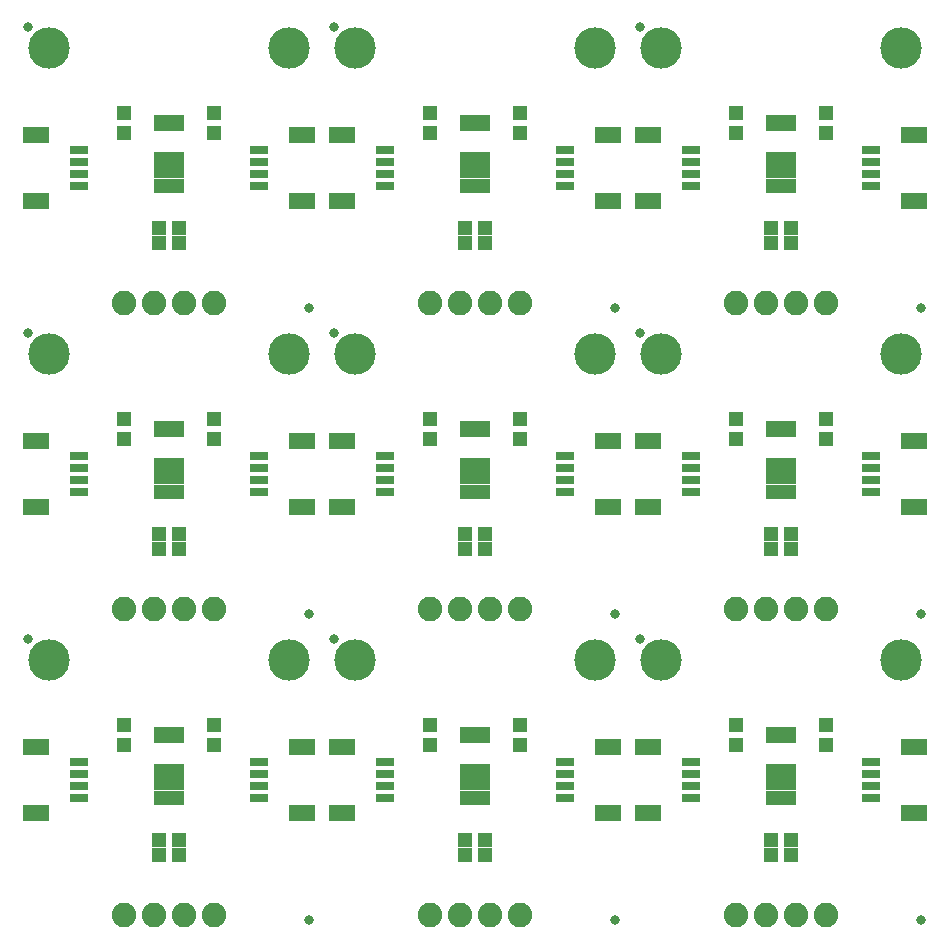
<source format=gts>
G75*
%MOIN*%
%OFA0B0*%
%FSLAX25Y25*%
%IPPOS*%
%LPD*%
%AMOC8*
5,1,8,0,0,1.08239X$1,22.5*
%
%ADD10C,0.13800*%
%ADD11C,0.03300*%
%ADD12R,0.04737X0.05131*%
%ADD13R,0.03300X0.05800*%
%ADD14R,0.08674X0.05524*%
%ADD15R,0.06115X0.03162*%
%ADD16C,0.08200*%
%ADD17R,0.05131X0.04737*%
%ADD18R,0.01981X0.04737*%
%ADD19R,0.09855X0.08674*%
D10*
X0044000Y0139500D03*
X0124000Y0139500D03*
X0146000Y0139500D03*
X0226000Y0139500D03*
X0248000Y0139500D03*
X0328000Y0139500D03*
X0328000Y0241500D03*
X0248000Y0241500D03*
X0226000Y0241500D03*
X0146000Y0241500D03*
X0124000Y0241500D03*
X0044000Y0241500D03*
X0044000Y0343500D03*
X0124000Y0343500D03*
X0146000Y0343500D03*
X0226000Y0343500D03*
X0248000Y0343500D03*
X0328000Y0343500D03*
D11*
X0241000Y0350500D03*
X0232500Y0257000D03*
X0241000Y0248500D03*
X0334500Y0257000D03*
X0334500Y0155000D03*
X0241000Y0146500D03*
X0232500Y0155000D03*
X0139000Y0146500D03*
X0130500Y0155000D03*
X0037000Y0146500D03*
X0130500Y0053000D03*
X0232500Y0053000D03*
X0334500Y0053000D03*
X0139000Y0248500D03*
X0130500Y0257000D03*
X0037000Y0248500D03*
X0037000Y0350500D03*
X0139000Y0350500D03*
D12*
X0171000Y0321846D03*
X0171000Y0315154D03*
X0201000Y0315154D03*
X0201000Y0321846D03*
X0273000Y0321846D03*
X0273000Y0315154D03*
X0303000Y0315154D03*
X0303000Y0321846D03*
X0303000Y0219846D03*
X0303000Y0213154D03*
X0273000Y0213154D03*
X0273000Y0219846D03*
X0201000Y0219846D03*
X0201000Y0213154D03*
X0171000Y0213154D03*
X0171000Y0219846D03*
X0099000Y0219846D03*
X0099000Y0213154D03*
X0069000Y0213154D03*
X0069000Y0219846D03*
X0069000Y0315154D03*
X0069000Y0321846D03*
X0099000Y0321846D03*
X0099000Y0315154D03*
X0099000Y0117846D03*
X0099000Y0111154D03*
X0069000Y0111154D03*
X0069000Y0117846D03*
X0171000Y0117846D03*
X0171000Y0111154D03*
X0201000Y0111154D03*
X0201000Y0117846D03*
X0273000Y0117846D03*
X0273000Y0111154D03*
X0303000Y0111154D03*
X0303000Y0117846D03*
D13*
X0291200Y0114500D03*
X0288000Y0114500D03*
X0284800Y0114500D03*
X0189200Y0114500D03*
X0186000Y0114500D03*
X0182800Y0114500D03*
X0087200Y0114500D03*
X0084000Y0114500D03*
X0080800Y0114500D03*
X0080800Y0216500D03*
X0084000Y0216500D03*
X0087200Y0216500D03*
X0182800Y0216500D03*
X0186000Y0216500D03*
X0189200Y0216500D03*
X0284800Y0216500D03*
X0288000Y0216500D03*
X0291200Y0216500D03*
X0291200Y0318500D03*
X0288000Y0318500D03*
X0284800Y0318500D03*
X0189200Y0318500D03*
X0186000Y0318500D03*
X0182800Y0318500D03*
X0087200Y0318500D03*
X0084000Y0318500D03*
X0080800Y0318500D03*
D14*
X0039531Y0314524D03*
X0039531Y0292476D03*
X0128469Y0292476D03*
X0141531Y0292476D03*
X0141531Y0314524D03*
X0128469Y0314524D03*
X0230469Y0314524D03*
X0243531Y0314524D03*
X0243531Y0292476D03*
X0230469Y0292476D03*
X0230469Y0212524D03*
X0243531Y0212524D03*
X0243531Y0190476D03*
X0230469Y0190476D03*
X0230469Y0110524D03*
X0243531Y0110524D03*
X0243531Y0088476D03*
X0230469Y0088476D03*
X0141531Y0088476D03*
X0128469Y0088476D03*
X0128469Y0110524D03*
X0141531Y0110524D03*
X0141531Y0190476D03*
X0128469Y0190476D03*
X0128469Y0212524D03*
X0141531Y0212524D03*
X0039531Y0212524D03*
X0039531Y0190476D03*
X0039531Y0110524D03*
X0039531Y0088476D03*
X0332469Y0088476D03*
X0332469Y0110524D03*
X0332469Y0190476D03*
X0332469Y0212524D03*
X0332469Y0292476D03*
X0332469Y0314524D03*
D15*
X0318000Y0309406D03*
X0318000Y0305469D03*
X0318000Y0301531D03*
X0318000Y0297594D03*
X0258000Y0297594D03*
X0258000Y0301531D03*
X0258000Y0305469D03*
X0258000Y0309406D03*
X0216000Y0309406D03*
X0216000Y0305469D03*
X0216000Y0301531D03*
X0216000Y0297594D03*
X0156000Y0297594D03*
X0156000Y0301531D03*
X0156000Y0305469D03*
X0156000Y0309406D03*
X0114000Y0309406D03*
X0114000Y0305469D03*
X0114000Y0301531D03*
X0114000Y0297594D03*
X0054000Y0297594D03*
X0054000Y0301531D03*
X0054000Y0305469D03*
X0054000Y0309406D03*
X0054000Y0207406D03*
X0054000Y0203469D03*
X0054000Y0199531D03*
X0054000Y0195594D03*
X0114000Y0195594D03*
X0114000Y0199531D03*
X0114000Y0203469D03*
X0114000Y0207406D03*
X0156000Y0207406D03*
X0156000Y0203469D03*
X0156000Y0199531D03*
X0156000Y0195594D03*
X0216000Y0195594D03*
X0216000Y0199531D03*
X0216000Y0203469D03*
X0216000Y0207406D03*
X0258000Y0207406D03*
X0258000Y0203469D03*
X0258000Y0199531D03*
X0258000Y0195594D03*
X0318000Y0195594D03*
X0318000Y0199531D03*
X0318000Y0203469D03*
X0318000Y0207406D03*
X0318000Y0105406D03*
X0318000Y0101469D03*
X0318000Y0097531D03*
X0318000Y0093594D03*
X0258000Y0093594D03*
X0258000Y0097531D03*
X0258000Y0101469D03*
X0258000Y0105406D03*
X0216000Y0105406D03*
X0216000Y0101469D03*
X0216000Y0097531D03*
X0216000Y0093594D03*
X0156000Y0093594D03*
X0156000Y0097531D03*
X0156000Y0101469D03*
X0156000Y0105406D03*
X0114000Y0105406D03*
X0114000Y0101469D03*
X0114000Y0097531D03*
X0114000Y0093594D03*
X0054000Y0093594D03*
X0054000Y0097531D03*
X0054000Y0101469D03*
X0054000Y0105406D03*
D16*
X0069000Y0054500D03*
X0079000Y0054500D03*
X0089000Y0054500D03*
X0099000Y0054500D03*
X0171000Y0054500D03*
X0181000Y0054500D03*
X0191000Y0054500D03*
X0201000Y0054500D03*
X0273000Y0054500D03*
X0283000Y0054500D03*
X0293000Y0054500D03*
X0303000Y0054500D03*
X0303000Y0156500D03*
X0293000Y0156500D03*
X0283000Y0156500D03*
X0273000Y0156500D03*
X0201000Y0156500D03*
X0191000Y0156500D03*
X0181000Y0156500D03*
X0171000Y0156500D03*
X0099000Y0156500D03*
X0089000Y0156500D03*
X0079000Y0156500D03*
X0069000Y0156500D03*
X0069000Y0258500D03*
X0079000Y0258500D03*
X0089000Y0258500D03*
X0099000Y0258500D03*
X0171000Y0258500D03*
X0181000Y0258500D03*
X0191000Y0258500D03*
X0201000Y0258500D03*
X0273000Y0258500D03*
X0283000Y0258500D03*
X0293000Y0258500D03*
X0303000Y0258500D03*
D17*
X0291346Y0278500D03*
X0291346Y0283500D03*
X0284654Y0283500D03*
X0284654Y0278500D03*
X0189346Y0278500D03*
X0189346Y0283500D03*
X0182654Y0283500D03*
X0182654Y0278500D03*
X0087346Y0278500D03*
X0087346Y0283500D03*
X0080654Y0283500D03*
X0080654Y0278500D03*
X0080654Y0181500D03*
X0080654Y0176500D03*
X0087346Y0176500D03*
X0087346Y0181500D03*
X0182654Y0181500D03*
X0182654Y0176500D03*
X0189346Y0176500D03*
X0189346Y0181500D03*
X0284654Y0181500D03*
X0284654Y0176500D03*
X0291346Y0176500D03*
X0291346Y0181500D03*
X0291346Y0079500D03*
X0291346Y0074500D03*
X0284654Y0074500D03*
X0284654Y0079500D03*
X0189346Y0079500D03*
X0182654Y0079500D03*
X0182654Y0074500D03*
X0189346Y0074500D03*
X0087346Y0074500D03*
X0087346Y0079500D03*
X0080654Y0079500D03*
X0080654Y0074500D03*
D18*
X0080063Y0093594D03*
X0082031Y0093594D03*
X0084000Y0093594D03*
X0085969Y0093594D03*
X0087937Y0093594D03*
X0182063Y0093594D03*
X0184031Y0093594D03*
X0186000Y0093594D03*
X0187969Y0093594D03*
X0189937Y0093594D03*
X0284063Y0093594D03*
X0286031Y0093594D03*
X0288000Y0093594D03*
X0289969Y0093594D03*
X0291937Y0093594D03*
X0291937Y0195594D03*
X0289969Y0195594D03*
X0288000Y0195594D03*
X0286031Y0195594D03*
X0284063Y0195594D03*
X0189937Y0195594D03*
X0187969Y0195594D03*
X0186000Y0195594D03*
X0184031Y0195594D03*
X0182063Y0195594D03*
X0087937Y0195594D03*
X0085969Y0195594D03*
X0084000Y0195594D03*
X0082031Y0195594D03*
X0080063Y0195594D03*
X0080063Y0297594D03*
X0082031Y0297594D03*
X0084000Y0297594D03*
X0085969Y0297594D03*
X0087937Y0297594D03*
X0182063Y0297594D03*
X0184031Y0297594D03*
X0186000Y0297594D03*
X0187969Y0297594D03*
X0189937Y0297594D03*
X0284063Y0297594D03*
X0286031Y0297594D03*
X0288000Y0297594D03*
X0289969Y0297594D03*
X0291937Y0297594D03*
D19*
X0288000Y0304484D03*
X0186000Y0304484D03*
X0084000Y0304484D03*
X0084000Y0202484D03*
X0186000Y0202484D03*
X0288000Y0202484D03*
X0288000Y0100484D03*
X0186000Y0100484D03*
X0084000Y0100484D03*
M02*

</source>
